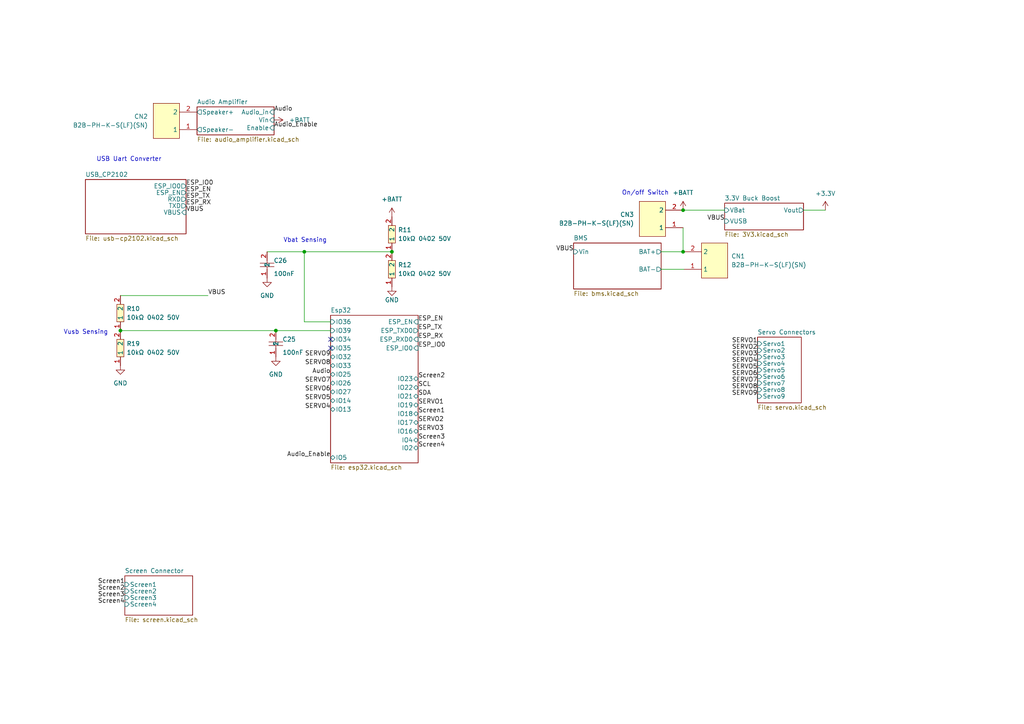
<source format=kicad_sch>
(kicad_sch (version 20230121) (generator eeschema)
  (paper "A4")
  (lib_symbols
    (symbol "easyeda2kicad:10kΩ 0402 50V"
      (property "Reference" "R" (at 0 5.08 0))
      (property "Value" "10kΩ 0402 50V" (at 0 -5.08 0))
      (symbol "10kΩ 0402 50V_0_1"
        (rectangle (start -2.54 1.02) (end 2.54 -1.02) (fill (type background)))
        (pin input line (at -5.08 0 0) (length 2.54) (name "1") (number "1"))
        (pin input line (at 5.08 0 180) (length 2.54) (name "2") (number "2"))
      )
    )
    (symbol "easyeda2kicad:16V 100nF X7R ±10% 0402"
      (property "Reference" "C" (at 0 5.08 0))
      (property "Value" "16V 100nF X7R ±10% 0402" (at 0 -5.08 0))
      (symbol "16V 100nF X7R ±10% 0402_0_1"
        (polyline (pts (xy -1.27 0) (xy -0.51 0)))
        (polyline (pts (xy -0.51 2.03) (xy -0.51 -2.03)))
        (polyline (pts (xy 0.51 0) (xy 1.27 0)))
        (polyline (pts (xy 0.51 2.03) (xy 0.51 -2.03)))
        (pin input line (at -3.81 0 0) (length 2.54) (name "1") (number "1"))
        (pin input line (at 3.81 0 180) (length 2.54) (name "2") (number "2"))
      )
    )
    (symbol "easyeda2kicad:B2B-PH-K-S(LF)(SN)"
      (property "Reference" "CN" (at 0 7.62 0))
      (property "Value" "B2B-PH-K-S(LF)(SN)" (at 0 -7.62 0))
      (symbol "B2B-PH-K-S(LF)(SN)_0_1"
        (rectangle (start -6.35 5.08) (end 1.27 -5.08) (fill (type background)))
        (pin input line (at 6.35 2.54 180) (length 5.08) (name "1") (number "1"))
        (pin input line (at 6.35 -2.54 180) (length 5.08) (name "2") (number "2"))
      )
    )
    (symbol "power:+3.3V" (power) (pin_names (offset 0))
      (property "Value" "+3.3V" (at 0 3.556 0))
      (symbol "+3.3V_0_1"
        (polyline (pts (xy -0.762 1.27) (xy 0 2.54)))
        (polyline (pts (xy 0 0) (xy 0 2.54)))
        (polyline (pts (xy 0 2.54) (xy 0.762 1.27)))
      )
      (symbol "+3.3V_1_1"
        (pin power_in line (at 0 0 90) (length 0) hide (name "+3.3V") (number "1"))
      )
    )
    (symbol "power:+BATT" (power) (pin_names (offset 0))
      (property "Value" "+BATT" (at 0 3.556 0))
      (symbol "+BATT_0_1"
        (polyline (pts (xy -0.762 1.27) (xy 0 2.54)))
        (polyline (pts (xy 0 0) (xy 0 2.54)))
        (polyline (pts (xy 0 2.54) (xy 0.762 1.27)))
      )
      (symbol "+BATT_1_1"
        (pin power_in line (at 0 0 90) (length 0) hide (name "+BATT") (number "1"))
      )
    )
    (symbol "power:GND" (power) (pin_names (offset 0))
      (property "Value" "GND" (at 0 -3.81 0))
      (symbol "GND_0_1"
        (polyline (pts (xy 0 0) (xy 0 -1.27) (xy 1.27 -1.27) (xy 0 -2.54) (xy -1.27 -1.27) (xy 0 -1.27)))
      )
      (symbol "GND_1_1"
        (pin power_in line (at 0 0 270) (length 0) hide (name "GND") (number "1"))
      )
    )
  )
  (junction (at 198.12 60.96))
  (junction (at 80.01 95.885))
  (junction (at 88.265 73.025))
  (junction (at 113.665 73.025))
  (junction (at 34.925 95.885))
  (junction (at 198.12 73.025))
  (no_connect (at 95.885 100.965))
  (no_connect (at 95.885 98.425))
  (wire (pts (xy 191.77 73.025) (xy 198.12 73.025)))
  (wire (pts (xy 198.374 78.105) (xy 191.77 78.105)))
  (wire (pts (xy 95.885 93.345) (xy 88.265 93.345)))
  (wire (pts (xy 233.045 60.96) (xy 239.395 60.96)))
  (wire (pts (xy 34.925 95.885) (xy 80.01 95.885)))
  (wire (pts (xy 88.265 73.025) (xy 113.665 73.025)))
  (wire (pts (xy 198.12 66.04) (xy 198.12 73.025)))
  (wire (pts (xy 80.01 95.885) (xy 95.885 95.885)))
  (wire (pts (xy 198.12 60.96) (xy 210.185 60.96)))
  (wire (pts (xy 77.47 73.025) (xy 88.265 73.025)))
  (wire (pts (xy 34.925 85.725) (xy 60.325 85.725)))
  (wire (pts (xy 198.12 73.025) (xy 198.374 73.025)))
  (wire (pts (xy 88.265 93.345) (xy 88.265 73.025)))
  (text "USB Uart Converter\n" (at 27.94 46.99 0) (effects (font (size 1.27 1.27)) (justify left bottom)))
  (text "On/off Switch\n" (at 180.34 56.769 0) (effects (font (size 1.27 1.27)) (justify left bottom)))
  (text "Vbat Sensing\n" (at 82.169 70.485 0) (effects (font (size 1.27 1.27)) (justify left bottom)))
  (text "Vusb Sensing" (at 18.415 97.155 0) (effects (font (size 1.27 1.27)) (justify left bottom)))
  (label "SERVO8" (at 95.885 106.045 180))
  (label "SERVO8" (at 219.71 113.03 180))
  (label "SERVO4" (at 95.885 118.745 180))
  (label "Audio_Enable" (at 79.502 37.084 0))
  (label "ESP_EN" (at 53.975 55.88 0))
  (label "Screen1" (at 36.195 169.545 180))
  (label "ESP_RX" (at 121.285 98.425 0))
  (label "VBUS" (at 53.975 61.595 0))
  (label "SERVO7" (at 219.71 111.125 180))
  (label "SERVO1" (at 121.285 117.475 0))
  (label "SERVO9" (at 95.885 103.505 180))
  (label "SERVO6" (at 95.885 113.665 180))
  (label "ESP_IO0" (at 53.975 53.975 0))
  (label "ESP_TX" (at 53.975 57.785 0))
  (label "Screen3" (at 121.285 127.635 0))
  (label "ESP_IO0" (at 121.285 100.965 0))
  (label "SERVO2" (at 121.285 122.555 0))
  (label "SERVO3" (at 219.71 103.505 180))
  (label "Screen4" (at 121.285 129.921 0))
  (label "Audio" (at 95.885 108.585 180))
  (label "Screen2" (at 36.195 171.45 180))
  (label "VBUS" (at 210.185 64.135 180))
  (label "Screen2" (at 121.285 109.855 0))
  (label "Screen1" (at 121.285 120.015 0))
  (label "Audio_Enable" (at 95.885 132.715 180))
  (label "ESP_RX" (at 53.975 59.69 0))
  (label "SERVO9" (at 219.71 114.935 180))
  (label "ESP_TX" (at 121.285 95.885 0))
  (label "VBUS" (at 166.37 73.025 180))
  (label "Screen4" (at 36.195 175.26 180))
  (label "SERVO1" (at 219.71 99.695 180))
  (label "Screen3" (at 36.195 173.355 180))
  (label "Audio" (at 79.502 32.512 0))
  (label "SERVO6" (at 219.71 109.22 180))
  (label "SERVO3" (at 121.285 125.095 0))
  (label "VBUS" (at 60.325 85.725 0))
  (label "SDA" (at 121.285 114.935 0))
  (label "SCL" (at 121.285 112.395 0))
  (label "SERVO5" (at 95.885 116.205 180))
  (label "ESP_EN" (at 121.285 93.345 0))
  (label "SERVO4" (at 219.71 105.41 180))
  (label "SERVO5" (at 219.71 107.315 180))
  (label "SERVO2" (at 219.71 101.6 180))
  (label "SERVO7" (at 95.885 111.125 180))
  (symbol (lib_id "easyeda2kicad:10kΩ 0402 50V") (at 34.925 100.965 90) (unit 1)
    (property "Reference" "R19" (at 36.703 99.6949 90) (effects (justify right)))
    (property "Value" "10kΩ 0402 50V" (at 36.703 102.2349 90) (effects (justify right)))
    (property "Footprint" "easyeda2kicad:R0402" (effects hide))
    (property "Datasheet" "https://lcsc.com/product-detail/Chip-Resistor-Surface-Mount-UniOhm_10KR-1002-1_C25744.html" (effects hide))
    (property "Manufacturer" "UNI-ROYAL(厚声)" (effects hide))
    (property "LCSC Part" "C25744" (effects hide))
    (property "JLC Part" "Basic Part" (effects hide))
  )
  (symbol (lib_id "power:+3.3V") (at 239.395 60.96 0) (unit 1)
    (property "Reference" "#PWR04" (effects hide))
    (property "Value" "+3.3V" (at 239.395 56.134 0))
  )
  (symbol (lib_id "easyeda2kicad:16V 100nF X7R ±10% 0402") (at 80.01 99.695 90) (unit 1)
    (property "Reference" "C25" (at 81.915 98.425 90) (effects (justify right)))
    (property "Value" "100nF" (at 81.915 102.235 90) (effects (justify right)))
    (property "Footprint" "easyeda2kicad:C0402_NEW" (effects hide))
    (property "Datasheet" "https://lcsc.com/product-detail/Multilayer-Ceramic-Capacitors-MLCC-SMD-SMT_SAMSUNG_CL05B104KO5NNNC_100nF-104-10-16V_C1525.html" (effects hide))
    (property "Manufacturer" "SAMSUNG(三星)" (effects hide))
    (property "LCSC Part" "C1525" (effects hide))
    (property "JLC Part" "Basic Part" (effects hide))
  )
  (symbol (lib_id "power:GND") (at 34.925 106.045 0) (unit 1)
    (property "Reference" "#PWR05" (effects hide))
    (property "Value" "GND" (at 34.925 111.125 0))
  )
  (symbol (lib_id "easyeda2kicad:10kΩ 0402 50V") (at 113.665 78.105 90) (unit 1)
    (property "Reference" "R12" (at 115.443 76.8349 90) (effects (justify right)))
    (property "Value" "10kΩ 0402 50V" (at 115.443 79.3749 90) (effects (justify right)))
    (property "Footprint" "easyeda2kicad:R0402" (effects hide))
    (property "Datasheet" "https://lcsc.com/product-detail/Chip-Resistor-Surface-Mount-UniOhm_10KR-1002-1_C25744.html" (effects hide))
    (property "Manufacturer" "UNI-ROYAL(厚声)" (effects hide))
    (property "LCSC Part" "C25744" (effects hide))
    (property "JLC Part" "Basic Part" (effects hide))
  )
  (symbol (lib_id "easyeda2kicad:B2B-PH-K-S(LF)(SN)") (at 191.77 63.5 0) (mirror x) (unit 1)
    (property "Reference" "CN3" (at 183.896 62.2299 0) (effects (justify right)))
    (property "Value" "B2B-PH-K-S(LF)(SN)" (at 183.896 64.7699 0) (effects (justify right)))
    (property "Footprint" "easyeda2kicad:CONN-TH_B2B-PH-K-S" (effects hide))
    (property "Datasheet" "https://lcsc.com/product-detail/PH-Connectors_JST_B2B-PH-K-S-LF-SN_B2B-PH-K-S-LF-SN_C131337.html" (effects hide))
    (property "Manufacturer" "JST" (effects hide))
    (property "LCSC Part" "C131337" (effects hide))
    (property "JLC Part" "Extended Part" (effects hide))
  )
  (symbol (lib_id "power:+BATT") (at 113.665 62.865 0) (unit 1)
    (property "Reference" "#PWR02" (effects hide))
    (property "Value" "+BATT" (at 113.665 57.785 0))
  )
  (symbol (lib_id "easyeda2kicad:B2B-PH-K-S(LF)(SN)") (at 204.724 75.565 180) (unit 1)
    (property "Reference" "CN1" (at 212.09 74.2949 0) (effects (justify right)))
    (property "Value" "B2B-PH-K-S(LF)(SN)" (at 212.09 76.8349 0) (effects (justify right)))
    (property "Footprint" "easyeda2kicad:CONN-TH_B2B-PH-K-S" (effects hide))
    (property "Datasheet" "https://lcsc.com/product-detail/PH-Connectors_JST_B2B-PH-K-S-LF-SN_B2B-PH-K-S-LF-SN_C131337.html" (effects hide))
    (property "Manufacturer" "JST" (effects hide))
    (property "LCSC Part" "C131337" (effects hide))
    (property "JLC Part" "Extended Part" (effects hide))
  )
  (symbol (lib_id "power:GND") (at 113.665 83.185 0) (unit 1)
    (property "Reference" "#PWR06" (effects hide))
    (property "Value" "GND" (at 113.665 86.995 0))
  )
  (symbol (lib_id "easyeda2kicad:B2B-PH-K-S(LF)(SN)") (at 50.8 35.052 0) (mirror x) (unit 1)
    (property "Reference" "CN2" (at 42.926 33.7819 0) (effects (justify right)))
    (property "Value" "B2B-PH-K-S(LF)(SN)" (at 42.926 36.3219 0) (effects (justify right)))
    (property "Footprint" "easyeda2kicad:CONN-TH_B2B-PH-K-S" (effects hide))
    (property "Datasheet" "https://lcsc.com/product-detail/PH-Connectors_JST_B2B-PH-K-S-LF-SN_B2B-PH-K-S-LF-SN_C131337.html" (effects hide))
    (property "Manufacturer" "JST" (effects hide))
    (property "LCSC Part" "C131337" (effects hide))
    (property "JLC Part" "Extended Part" (effects hide))
  )
  (symbol (lib_id "power:+BATT") (at 79.502 34.798 270) (unit 1)
    (property "Reference" "#PWR01" (effects hide))
    (property "Value" "+BATT" (at 83.82 34.7979 90) (effects (justify left)))
  )
  (symbol (lib_id "easyeda2kicad:10kΩ 0402 50V") (at 113.665 67.945 90) (unit 1)
    (property "Reference" "R11" (at 115.443 66.6749 90) (effects (justify right)))
    (property "Value" "10kΩ 0402 50V" (at 115.443 69.2149 90) (effects (justify right)))
    (property "Footprint" "easyeda2kicad:R0402" (effects hide))
    (property "Datasheet" "https://lcsc.com/product-detail/Chip-Resistor-Surface-Mount-UniOhm_10KR-1002-1_C25744.html" (effects hide))
    (property "Manufacturer" "UNI-ROYAL(厚声)" (effects hide))
    (property "LCSC Part" "C25744" (effects hide))
    (property "JLC Part" "Basic Part" (effects hide))
  )
  (symbol (lib_id "power:GND") (at 80.01 103.505 0) (unit 1)
    (property "Reference" "#PWR045" (effects hide))
    (property "Value" "GND" (at 80.01 108.585 0))
  )
  (symbol (lib_id "power:+BATT") (at 198.12 60.96 0) (unit 1)
    (property "Reference" "#PWR03" (effects hide))
    (property "Value" "+BATT" (at 198.12 55.88 0))
  )
  (symbol (lib_id "easyeda2kicad:16V 100nF X7R ±10% 0402") (at 77.47 76.835 90) (unit 1)
    (property "Reference" "C26" (at 79.375 75.565 90) (effects (justify right)))
    (property "Value" "100nF" (at 79.375 79.375 90) (effects (justify right)))
    (property "Footprint" "easyeda2kicad:C0402_NEW" (effects hide))
    (property "Datasheet" "https://lcsc.com/product-detail/Multilayer-Ceramic-Capacitors-MLCC-SMD-SMT_SAMSUNG_CL05B104KO5NNNC_100nF-104-10-16V_C1525.html" (effects hide))
    (property "Manufacturer" "SAMSUNG(三星)" (effects hide))
    (property "LCSC Part" "C1525" (effects hide))
    (property "JLC Part" "Basic Part" (effects hide))
  )
  (symbol (lib_id "power:GND") (at 77.47 80.645 0) (unit 1)
    (property "Reference" "#PWR046" (effects hide))
    (property "Value" "GND" (at 77.47 85.725 0))
  )
  (symbol (lib_id "easyeda2kicad:10kΩ 0402 50V") (at 34.925 90.805 90) (unit 1)
    (property "Reference" "R10" (at 36.703 89.5349 90) (effects (justify right)))
    (property "Value" "10kΩ 0402 50V" (at 36.703 92.0749 90) (effects (justify right)))
    (property "Footprint" "easyeda2kicad:R0402" (effects hide))
    (property "Datasheet" "https://lcsc.com/product-detail/Chip-Resistor-Surface-Mount-UniOhm_10KR-1002-1_C25744.html" (effects hide))
    (property "Manufacturer" "UNI-ROYAL(厚声)" (effects hide))
    (property "LCSC Part" "C25744" (effects hide))
    (property "JLC Part" "Basic Part" (effects hide))
  )
  (sheet (at 36.195 167.005) (size 19.685 11.43) (stroke (width 0.1524))
    (property "Sheetname" "Screen Connector" (at 36.195 166.2934 0) (effects (justify left bottom)))
    (property "Sheetfile" "screen.kicad_sch" (at 36.195 179.0196 0) (effects (justify left top)))
    (pin "Screen2" input (at 36.195 171.45 180))
    (pin "Screen3" input (at 36.195 173.355 180))
    (pin "Screen4" input (at 36.195 175.26 180))
    (pin "Screen1" input (at 36.195 169.545 180))
  )
  (sheet (at 219.71 97.79) (size 12.7 19.05) (stroke (width 0.1524))
    (property "Sheetname" "Servo Connectors" (at 219.71 97.0784 0) (effects (justify left bottom)))
    (property "Sheetfile" "servo.kicad_sch" (at 219.71 117.4246 0) (effects (justify left top)))
    (pin "Servo8" input (at 219.71 113.03 180))
    (pin "Servo9" input (at 219.71 114.935 180))
    (pin "Servo4" input (at 219.71 105.41 180))
    (pin "Servo5" input (at 219.71 107.315 180))
    (pin "Servo6" input (at 219.71 109.22 180))
    (pin "Servo7" input (at 219.71 111.125 180))
    (pin "Servo1" input (at 219.71 99.695 180))
    (pin "Servo3" input (at 219.71 103.505 180))
    (pin "Servo2" input (at 219.71 101.6 180))
  )
  (sheet (at 166.37 70.485) (size 25.4 13.335) (stroke (width 0.1524))
    (property "Sheetname" "BMS" (at 166.37 69.7734 0) (effects (justify left bottom)))
    (property "Sheetfile" "bms.kicad_sch" (at 166.37 84.4046 0) (effects (justify left top)))
    (pin "Vin" input (at 166.37 73.025 180))
    (pin "BAT+" output (at 191.77 73.025 0))
    (pin "BAT-" output (at 191.77 78.105 0))
  )
  (sheet (at 24.765 52.07) (size 29.21 15.748) (stroke (width 0.1524))
    (property "Sheetname" "USB_CP2102" (at 24.765 51.3584 0) (effects (justify left bottom)))
    (property "Sheetfile" "usb-cp2102.kicad_sch" (at 24.765 68.4026 0) (effects (justify left top)))
    (pin "ESP_IO0" output (at 53.975 53.975 0))
    (pin "ESP_EN" output (at 53.975 55.88 0))
    (pin "RXD" output (at 53.975 57.785 0))
    (pin "TXD" output (at 53.975 59.69 0))
    (pin "VBUS" input (at 53.975 61.595 0))
  )
  (sheet (at 57.15 30.988) (size 22.352 8.128) (stroke (width 0.1524))
    (property "Sheetname" "Audio Amplifier" (at 57.15 30.2764 0) (effects (justify left bottom)))
    (property "Sheetfile" "audio_amplifier.kicad_sch" (at 57.15 39.7006 0) (effects (justify left top)))
    (pin "Audio_in" input (at 79.502 32.512 0))
    (pin "Speaker+" output (at 57.15 32.512 180))
    (pin "Speaker-" output (at 57.15 37.592 180))
    (pin "Enable" input (at 79.502 37.084 0))
    (pin "Vin" input (at 79.502 34.798 0))
  )
  (sheet (at 210.185 58.928) (size 22.86 7.747) (stroke (width 0.1524))
    (property "Sheetname" "3.3V Buck Boost" (at 210.185 58.2164 0) (effects (justify left bottom)))
    (property "Sheetfile" "3V3.kicad_sch" (at 210.185 67.2596 0) (effects (justify left top)))
    (pin "Vout" output (at 233.045 60.96 0))
    (pin "VUSB" input (at 210.185 64.135 180))
    (pin "VBat" input (at 210.185 60.96 180))
  )
  (sheet (at 95.885 91.44) (size 25.4 42.799) (stroke (width 0.1524))
    (property "Sheetname" "Esp32" (at 95.885 90.7284 0) (effects (justify left bottom)))
    (property "Sheetfile" "esp32.kicad_sch" (at 95.885 134.8236 0) (effects (justify left top)))
    (pin "IO22" tri_state (at 121.285 112.395 0))
    (pin "ESP_TXD0" output (at 121.285 95.885 0))
    (pin "ESP_RXD0" input (at 121.285 98.425 0))
    (pin "IO23" tri_state (at 121.285 109.855 0))
    (pin "IO21" tri_state (at 121.285 114.935 0))
    (pin "IO18" tri_state (at 121.285 120.015 0))
    (pin "IO19" tri_state (at 121.285 117.475 0))
    (pin "ESP_IO0" input (at 121.285 100.965 0))
    (pin "IO17" tri_state (at 121.285 122.555 0))
    (pin "IO4" tri_state (at 121.285 127.635 0))
    (pin "IO16" tri_state (at 121.285 125.095 0))
    (pin "ESP_EN" input (at 121.285 93.345 0))
    (pin "IO25" tri_state (at 95.885 108.585 180))
    (pin "IO26" tri_state (at 95.885 111.125 180))
    (pin "IO27" tri_state (at 95.885 113.665 180))
    (pin "IO14" tri_state (at 95.885 116.205 180))
    (pin "IO13" tri_state (at 95.885 118.745 180))
    (pin "IO39" input (at 95.885 95.885 180))
    (pin "IO34" input (at 95.885 98.425 180))
    (pin "IO35" input (at 95.885 100.965 180))
    (pin "IO32" tri_state (at 95.885 103.505 180))
    (pin "IO33" tri_state (at 95.885 106.045 180))
    (pin "IO36" input (at 95.885 93.345 180))
    (pin "IO2" tri_state (at 121.285 129.921 0))
    (pin "IO5" tri_state (at 95.885 132.715 180))
  )
)
</source>
